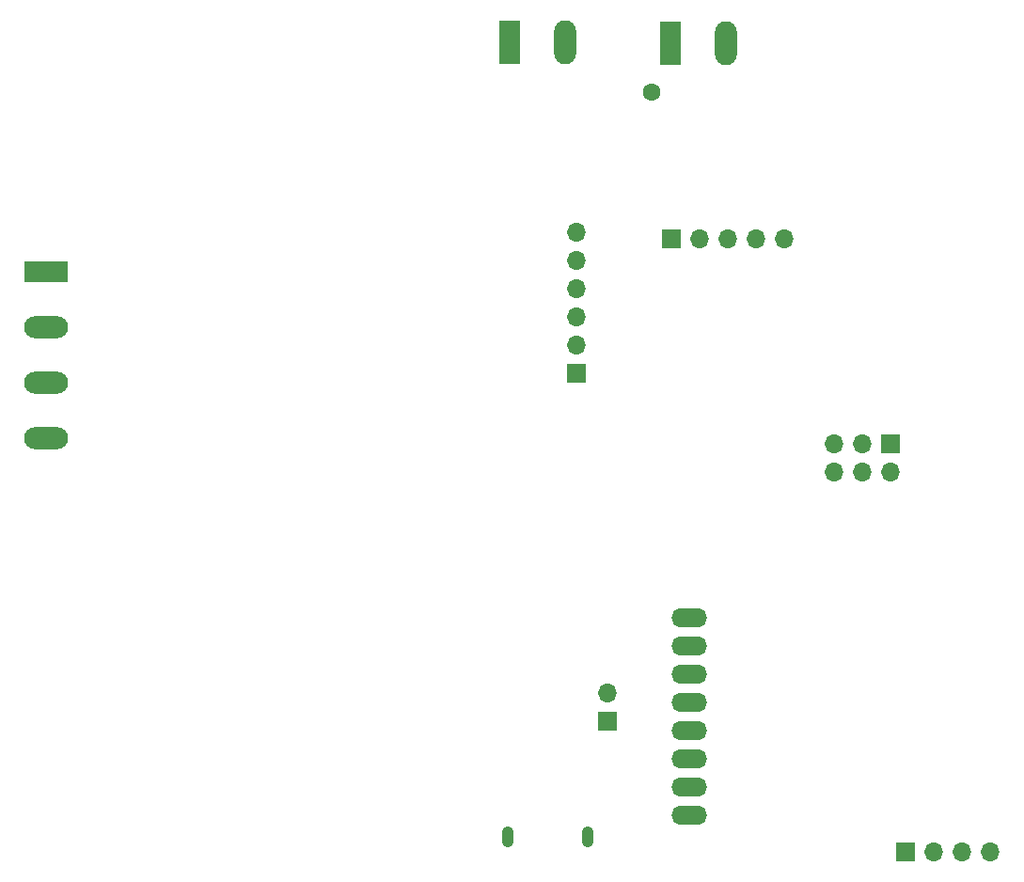
<source format=gbr>
%TF.GenerationSoftware,KiCad,Pcbnew,8.0.4*%
%TF.CreationDate,2025-10-24T14:41:15-04:00*%
%TF.ProjectId,Board,426f6172-642e-46b6-9963-61645f706362,rev?*%
%TF.SameCoordinates,Original*%
%TF.FileFunction,Soldermask,Bot*%
%TF.FilePolarity,Negative*%
%FSLAX46Y46*%
G04 Gerber Fmt 4.6, Leading zero omitted, Abs format (unit mm)*
G04 Created by KiCad (PCBNEW 8.0.4) date 2025-10-24 14:41:15*
%MOMM*%
%LPD*%
G01*
G04 APERTURE LIST*
%ADD10O,3.204000X1.704000*%
%ADD11R,1.700000X1.700000*%
%ADD12O,1.700000X1.700000*%
%ADD13C,1.600000*%
%ADD14R,3.960000X1.980000*%
%ADD15O,3.960000X1.980000*%
%ADD16O,1.050000X1.900000*%
%ADD17R,1.980000X3.960000*%
%ADD18O,1.980000X3.960000*%
G04 APERTURE END LIST*
D10*
%TO.C,ACC1*%
X140348400Y-123292600D03*
X140348400Y-110592600D03*
X140348400Y-125832600D03*
X140348400Y-113132600D03*
X140348400Y-115672600D03*
X140348400Y-108052600D03*
X140348400Y-120752600D03*
X140348400Y-118212600D03*
%TD*%
D11*
%TO.C,J8*%
X132990000Y-117420000D03*
D12*
X132990000Y-114880000D03*
%TD*%
D13*
%TO.C,.*%
X136990000Y-60790000D03*
%TD*%
D11*
%TO.C,U2*%
X159850000Y-129140000D03*
D12*
X162390000Y-129140000D03*
X164930000Y-129140000D03*
X167470000Y-129140000D03*
%TD*%
D11*
%TO.C,J1*%
X158460000Y-92430000D03*
D12*
X158460000Y-94970000D03*
X155920000Y-92430000D03*
X155920000Y-94970000D03*
X153380000Y-92430000D03*
X153380000Y-94970000D03*
%TD*%
D14*
%TO.C,J7*%
X82480000Y-76950000D03*
D15*
X82480000Y-81950000D03*
X82480000Y-86950000D03*
X82480000Y-91950000D03*
%TD*%
D11*
%TO.C,J6*%
X130220000Y-86120000D03*
D12*
X130220000Y-83580000D03*
X130220000Y-81040000D03*
X130220000Y-78500000D03*
X130220000Y-75960000D03*
X130220000Y-73420000D03*
%TD*%
D16*
%TO.C,J2*%
X124035000Y-127830000D03*
X131185000Y-127830000D03*
%TD*%
D11*
%TO.C,J4*%
X138770000Y-73950000D03*
D12*
X141310000Y-73950000D03*
X143850000Y-73950000D03*
X146390000Y-73950000D03*
X148930000Y-73950000D03*
%TD*%
D17*
%TO.C,J5*%
X138630000Y-56320000D03*
D18*
X143630000Y-56320000D03*
%TD*%
D17*
%TO.C,J3*%
X124200000Y-56280000D03*
D18*
X129200000Y-56280000D03*
%TD*%
M02*

</source>
